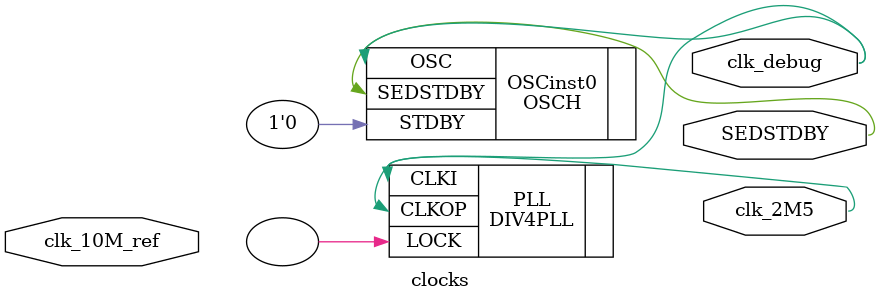
<source format=v>


//If using JTAG debugging, the sample clock must be faster than the JTAG clock
//default JTAG (HW-USBN-2B) frequecy is 30MHz but can be divided
//Divider setting 3 gives a JTAG clock of 7.5MHz

module clocks
	(	clk_10M_ref, //10MHz external reference
		clk_2M5, //main system clock output
		clk_debug, //clock for Reveal debug circuit
		SEDSTDBY //simulation-only output
		);

	input clk_10M_ref;
	output clk_2M5, clk_debug, SEDSTDBY;
	
	//Simplest possible INTERNAL SOURCE
	//OSCH OSCinst0 (.STDBY(1'b0), .OSC(clk_2M5), .SEDSTDBY(SEDSTDBY));
	//defparam OSCinst0.NOM_FREQ = "2.46";
	//assign clk_debug = clk_2M5; //option to make 2.5MHz clock available to debug circuit
	
	//10MHz OSCILLATOR WITH PLL
	//10MHz internal oscillator feeding debug clock
	//PLL used to divide by 4 to produce 2.46MHz
	OSCH OSCinst0 (.STDBY(1'b0), .OSC(clk_debug), .SEDSTDBY(SEDSTDBY));
	defparam OSCinst0.NOM_FREQ = "9.85";
	DIV4PLL PLL (.CLKI(clk_debug), .CLKOP(clk_2M5), .LOCK()); 
	
	//FAST DEBUG CLOCK - internal oscillator set to 38MHz
	//PLL used to divide by 15 to produce 2.53MHz
	//OSCH OSCinst0 (.STDBY(1'b0), .OSC(clk_debug), .SEDSTDBY(SEDSTDBY));
	//defparam OSCinst0.NOM_FREQ = "38.00";
	//DebugPLL PLL (.CLKI(clk_debug), .CLKOP(CLKOP), .LOCK()); 

	//EXTERNAL 10MHZ REFERENCE used
	//DIV4PLL PLL (.CLKI(clk_10M_ref), .CLKOP(clk_2M5), .LOCK()); 
	//assign clk_debug = clk_10M_ref;

 endmodule
</source>
